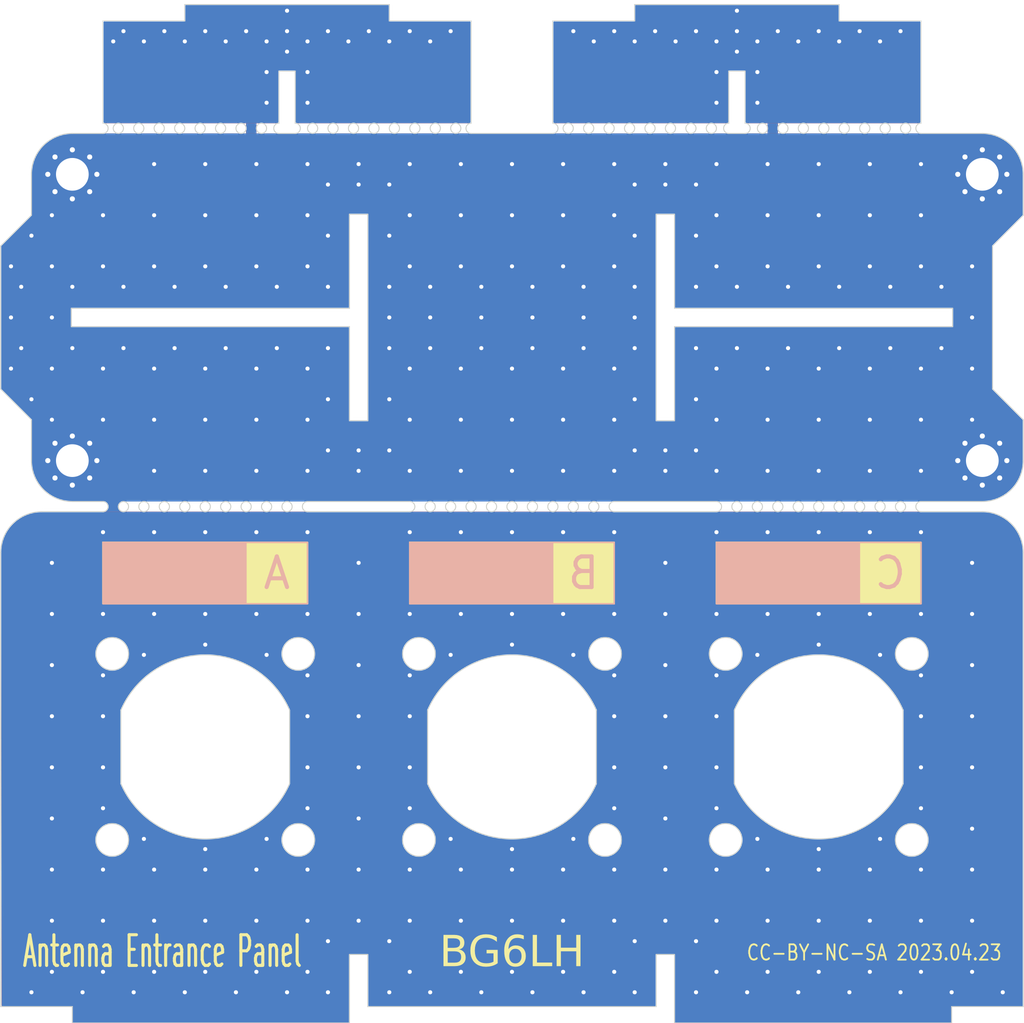
<source format=kicad_pcb>
(kicad_pcb (version 20221018) (generator pcbnew)
  (title_block (title "Antenna Entrance Panel") (date "2023-04-23") (rev "Alpha 1") (company "BG6LH"))
  (layers (0 "F.Cu" signal) (31 "B.Cu" signal) (34 "B.Paste" user) (35 "F.Paste" user) (36 "B.SilkS" user "B.Silkscreen") (37 "F.SilkS" user "F.Silkscreen") (38 "B.Mask" user) (39 "F.Mask" user) (44 "Edge.Cuts" user))
  (net 0 "")
  (net 1 "GND")
  (footprint "MountingHole:MountingHole_3.2mm_M3_Pad_Via" (layer "F.Cu") (at 196 95)
    (fp_text reference "H4" hide)
    (fp_text value "MountingHole_Pad" hide)
    (pad "1" thru_hole circle (at -2.4 0) (size 0.8 0.8) (drill 0.5) (layers "*.Cu" "*.Mask") (net 1 "GND"))
    (pad "1" thru_hole circle (at -1.697056 -1.697056) (size 0.8 0.8) (drill 0.5) (layers "*.Cu" "*.Mask") (net 1 "GND"))
    (pad "1" thru_hole circle (at -1.697056 1.697056) (size 0.8 0.8) (drill 0.5) (layers "*.Cu" "*.Mask") (net 1 "GND"))
    (pad "1" thru_hole circle (at 0 -2.4) (size 0.8 0.8) (drill 0.5) (layers "*.Cu" "*.Mask") (net 1 "GND"))
    (pad "1" thru_hole circle (at 0 0) (size 6.4 6.4) (drill 3.2) (layers "*.Cu" "*.Mask") (net 1 "GND") (thermal_bridge_width 6))
    (pad "1" thru_hole circle (at 0 2.4) (size 0.8 0.8) (drill 0.5) (layers "*.Cu" "*.Mask") (net 1 "GND"))
    (pad "1" thru_hole circle (at 1.697056 -1.697056) (size 0.8 0.8) (drill 0.5) (layers "*.Cu" "*.Mask") (net 1 "GND"))
    (pad "1" thru_hole circle (at 1.697056 1.697056) (size 0.8 0.8) (drill 0.5) (layers "*.Cu" "*.Mask") (net 1 "GND"))
    (pad "1" thru_hole circle (at 2.4 0) (size 0.8 0.8) (drill 0.5) (layers "*.Cu" "*.Mask") (net 1 "GND"))
  )
  (footprint "MountingHole:MountingHole_3.2mm_M3_Pad_Via" (layer "F.Cu") (at 196 67)
    (fp_text reference "H2" hide)
    (fp_text value "MountingHole_Pad" hide)
    (pad "1" thru_hole circle (at -2.4 0) (size 0.8 0.8) (drill 0.5) (layers "*.Cu" "*.Mask") (net 1 "GND"))
    (pad "1" thru_hole circle (at -1.697056 -1.697056) (size 0.8 0.8) (drill 0.5) (layers "*.Cu" "*.Mask") (net 1 "GND"))
    (pad "1" thru_hole circle (at -1.697056 1.697056) (size 0.8 0.8) (drill 0.5) (layers "*.Cu" "*.Mask") (net 1 "GND"))
    (pad "1" thru_hole circle (at 0 -2.4) (size 0.8 0.8) (drill 0.5) (layers "*.Cu" "*.Mask") (net 1 "GND"))
    (pad "1" thru_hole circle (at 0 0) (size 6.4 6.4) (drill 3.2) (layers "*.Cu" "*.Mask") (net 1 "GND") (thermal_bridge_width 6))
    (pad "1" thru_hole circle (at 0 2.4) (size 0.8 0.8) (drill 0.5) (layers "*.Cu" "*.Mask") (net 1 "GND"))
    (pad "1" thru_hole circle (at 1.697056 -1.697056) (size 0.8 0.8) (drill 0.5) (layers "*.Cu" "*.Mask") (net 1 "GND"))
    (pad "1" thru_hole circle (at 1.697056 1.697056) (size 0.8 0.8) (drill 0.5) (layers "*.Cu" "*.Mask") (net 1 "GND"))
    (pad "1" thru_hole circle (at 2.4 0) (size 0.8 0.8) (drill 0.5) (layers "*.Cu" "*.Mask") (net 1 "GND"))
  )
  (footprint "MountingHole:MountingHole_3.2mm_M3_Pad_Via" (layer "F.Cu") (at 107 95)
    (fp_text reference "H3" hide)
    (fp_text value "MountingHole_Pad" hide)
    (pad "1" thru_hole circle (at -2.4 0) (size 0.8 0.8) (drill 0.5) (layers "*.Cu" "*.Mask") (net 1 "GND"))
    (pad "1" thru_hole circle (at -1.697056 -1.697056) (size 0.8 0.8) (drill 0.5) (layers "*.Cu" "*.Mask") (net 1 "GND"))
    (pad "1" thru_hole circle (at -1.697056 1.697056) (size 0.8 0.8) (drill 0.5) (layers "*.Cu" "*.Mask") (net 1 "GND"))
    (pad "1" thru_hole circle (at 0 -2.4) (size 0.8 0.8) (drill 0.5) (layers "*.Cu" "*.Mask") (net 1 "GND"))
    (pad "1" thru_hole circle (at 0 0) (size 6.4 6.4) (drill 3.2) (layers "*.Cu" "*.Mask") (net 1 "GND") (thermal_bridge_width 6))
    (pad "1" thru_hole circle (at 0 2.4) (size 0.8 0.8) (drill 0.5) (layers "*.Cu" "*.Mask") (net 1 "GND"))
    (pad "1" thru_hole circle (at 1.697056 -1.697056) (size 0.8 0.8) (drill 0.5) (layers "*.Cu" "*.Mask") (net 1 "GND"))
    (pad "1" thru_hole circle (at 1.697056 1.697056) (size 0.8 0.8) (drill 0.5) (layers "*.Cu" "*.Mask") (net 1 "GND"))
    (pad "1" thru_hole circle (at 2.4 0) (size 0.8 0.8) (drill 0.5) (layers "*.Cu" "*.Mask") (net 1 "GND"))
  )
  (footprint "MountingHole:MountingHole_3.2mm_M3_Pad_Via" (layer "F.Cu") (at 107 67)
    (fp_text reference "H1" hide)
    (fp_text value "MountingHole_Pad" hide)
    (pad "1" thru_hole circle (at -2.4 0) (size 0.8 0.8) (drill 0.5) (layers "*.Cu" "*.Mask") (net 1 "GND"))
    (pad "1" thru_hole circle (at -1.697056 -1.697056) (size 0.8 0.8) (drill 0.5) (layers "*.Cu" "*.Mask") (net 1 "GND"))
    (pad "1" thru_hole circle (at -1.697056 1.697056) (size 0.8 0.8) (drill 0.5) (layers "*.Cu" "*.Mask") (net 1 "GND"))
    (pad "1" thru_hole circle (at 0 -2.4) (size 0.8 0.8) (drill 0.5) (layers "*.Cu" "*.Mask") (net 1 "GND"))
    (pad "1" thru_hole circle (at 0 0) (size 6.4 6.4) (drill 3.2) (layers "*.Cu" "*.Mask") (net 1 "GND") (thermal_bridge_width 6))
    (pad "1" thru_hole circle (at 0 2.4) (size 0.8 0.8) (drill 0.5) (layers "*.Cu" "*.Mask") (net 1 "GND"))
    (pad "1" thru_hole circle (at 1.697056 -1.697056) (size 0.8 0.8) (drill 0.5) (layers "*.Cu" "*.Mask") (net 1 "GND"))
    (pad "1" thru_hole circle (at 1.697056 1.697056) (size 0.8 0.8) (drill 0.5) (layers "*.Cu" "*.Mask") (net 1 "GND"))
    (pad "1" thru_hole circle (at 2.4 0) (size 0.8 0.8) (drill 0.5) (layers "*.Cu" "*.Mask") (net 1 "GND"))
  )
  (gr_rect (start 110 103) (end 124 109) (stroke (width 0.1)) (fill solid) (layer "B.SilkS"))
  (gr_rect (start 140 103) (end 160 109) (stroke (width 0.15)) (fill none) (layer "B.SilkS"))
  (gr_rect (start 170 103) (end 190 109) (stroke (width 0.15)) (fill none) (layer "B.SilkS"))
  (gr_rect (start 140 103) (end 154 109) (stroke (width 0.1)) (fill solid) (layer "B.SilkS"))
  (gr_rect (start 110 103) (end 130 109) (stroke (width 0.15)) (fill none) (layer "B.SilkS"))
  (gr_rect (start 170 103) (end 184 109) (stroke (width 0.1)) (fill solid) (layer "B.SilkS"))
  (gr_rect (start 176 103) (end 190 109) (stroke (width 0.1)) (fill solid) (layer "F.SilkS"))
  (gr_rect (start 170 103) (end 190 109) (stroke (width 0.15)) (fill none) (layer "F.SilkS"))
  (gr_rect (start 140 103) (end 160 109) (stroke (width 0.15)) (fill none) (layer "F.SilkS"))
  (gr_rect (start 146 103) (end 160 109) (stroke (width 0.1)) (fill solid) (layer "F.SilkS"))
  (gr_rect (start 110 103) (end 130 109) (stroke (width 0.15)) (fill none) (layer "F.SilkS"))
  (gr_rect (start 116 103) (end 130 109) (stroke (width 0.1)) (fill solid) (layer "F.SilkS"))
  (gr_line (start 140 100) (end 130 100) (stroke (width 0.1)) (layer "Edge.Cuts"))
  (gr_circle (center 156 99.5) (end 155.5 99.5) (stroke (width 0.1)) (fill none) (layer "Edge.Cuts"))
  (gr_line (start 164.1 148.4) (end 135.9 148.4) (stroke (width 0.1)) (layer "Edge.Cuts"))
  (gr_circle (center 138.5 62.5) (end 138 62.5) (stroke (width 0.1)) (fill none) (layer "Edge.Cuts"))
  (gr_line (start 164.1 70.9) (end 164.1 91.1) (stroke (width 0.1)) (layer "Edge.Cuts"))
  (gr_circle (center 142 99.5) (end 141.5 99.5) (stroke (width 0.1)) (fill none) (layer "Edge.Cuts"))
  (gr_line (start 193.1 80.1) (end 165.9 80.1) (stroke (width 0.1)) (layer "Edge.Cuts"))
  (gr_line (start 135.9 70.9) (end 135.9 91.1) (stroke (width 0.1)) (layer "Edge.Cuts"))
  (gr_line (start 110 52) (end 110 62) (stroke (width 0.1)) (layer "Edge.Cuts"))
  (gr_circle (center 159.5 62.5) (end 159 62.5) (stroke (width 0.1)) (fill none) (layer "Edge.Cuts"))
  (gr_arc (start 103 67) (mid 104.171573 64.171573) (end 107 63) (stroke (width 0.1)) (layer "Edge.Cuts"))
  (gr_circle (center 132.5 62.5) (end 132 62.5) (stroke (width 0.1)) (fill none) (layer "Edge.Cuts"))
  (gr_line (start 154 52) (end 154 62) (stroke (width 0.1)) (layer "Edge.Cuts"))
  (gr_circle (center 146 99.5) (end 145.5 99.5) (stroke (width 0.1)) (fill none) (layer "Edge.Cuts"))
  (gr_circle (center 120 99.5) (end 119.5 99.5) (stroke (width 0.1)) (fill none) (layer "Edge.Cuts"))
  (gr_line (start 182 52) (end 182 50.4) (stroke (width 0.1)) (layer "Edge.Cuts"))
  (gr_line (start 170 99) (end 160 99) (stroke (width 0.1)) (layer "Edge.Cuts"))
  (gr_line (start 146 63) (end 154 63) (stroke (width 0.1)) (layer "Edge.Cuts"))
  (gr_line (start 190 52) (end 190 62) (stroke (width 0.1)) (layer "Edge.Cuts"))
  (gr_line (start 100 88) (end 103 91) (stroke (width 0.1)) (layer "Edge.Cuts"))
  (gr_circle (center 169.5 62.5) (end 169 62.5) (stroke (width 0.1)) (fill none) (layer "Edge.Cuts"))
  (gr_circle (center 176 99.5) (end 175.5 99.5) (stroke (width 0.1)) (fill none) (layer "Edge.Cuts"))
  (gr_line (start 106.9 80.1) (end 106.9 81.9) (stroke (width 0.1)) (layer "Edge.Cuts"))
  (gr_line (start 165.9 70.9) (end 164.1 70.9) (stroke (width 0.1)) (layer "Edge.Cuts"))
  (gr_line (start 134.1 91.1) (end 134.1 81.9) (stroke (width 0.1)) (layer "Edge.Cuts"))
  (gr_line (start 128.25 119.4) (end 128.25 126.6) (stroke (width 0.1)) (layer "Edge.Cuts"))
  (gr_circle (center 170.9 113.9) (end 172.5 113.9) (stroke (width 0.1)) (fill none) (layer "Edge.Cuts"))
  (gr_line (start 162 50.4) (end 162 52) (stroke (width 0.1)) (layer "Edge.Cuts"))
  (gr_circle (center 158 99.5) (end 157.5 99.5) (stroke (width 0.1)) (fill none) (layer "Edge.Cuts"))
  (gr_arc (start 196 63) (mid 198.828427 64.171573) (end 200 67) (stroke (width 0.1)) (layer "Edge.Cuts"))
  (gr_line (start 130 99) (end 140 99) (stroke (width 0.1)) (layer "Edge.Cuts"))
  (gr_circle (center 121.5 62.5) (end 121 62.5) (stroke (width 0.1)) (fill none) (layer "Edge.Cuts"))
  (gr_line (start 134.1 81.9) (end 106.9 81.9) (stroke (width 0.1)) (layer "Edge.Cuts"))
  (gr_line (start 107 63) (end 110 63) (stroke (width 0.1)) (layer "Edge.Cuts"))
  (gr_arc (start 110 62) (mid 110.5 62.5) (end 110 63) (stroke (width 0.1)) (layer "Edge.Cuts"))
  (gr_arc (start 190 100) (mid 189.5 99.5) (end 190 99) (stroke (width 0.1)) (layer "Edge.Cuts"))
  (gr_line (start 134.1 150) (end 107 150) (stroke (width 0.1)) (layer "Edge.Cuts"))
  (gr_line (start 134.1 150) (end 134.1 143.3) (stroke (width 0.1)) (layer "Edge.Cuts"))
  (gr_line (start 165.9 91.1) (end 165.9 81.9) (stroke (width 0.1)) (layer "Edge.Cuts"))
  (gr_arc (start 128.249999 126.6) (mid 120 132.001249) (end 111.750001 126.6) (stroke (width 0.1)) (layer "Edge.Cuts"))
  (gr_line (start 107 99) (end 110 99) (stroke (width 0.1)) (layer "Edge.Cuts"))
  (gr_arc (start 111.750001 119.4) (mid 120 113.998751) (end 128.249999 119.4) (stroke (width 0.1)) (layer "Edge.Cuts"))
  (gr_circle (center 176.5 62.5) (end 176 62.5) (stroke (width 0.1)) (fill none) (layer "Edge.Cuts"))
  (gr_circle (center 163.5 62.5) (end 163 62.5) (stroke (width 0.1)) (fill none) (layer "Edge.Cuts"))
  (gr_circle (center 170.9 132.1) (end 169.3 132.1) (stroke (width 0.1)) (fill none) (layer "Edge.Cuts"))
  (gr_circle (center 140.9 113.9) (end 142.5 113.9) (stroke (width 0.1)) (fill none) (layer "Edge.Cuts"))
  (gr_circle (center 136.5 62.5) (end 136 62.5) (stroke (width 0.1)) (fill none) (layer "Edge.Cuts"))
  (gr_circle (center 118 99.5) (end 117.5 99.5) (stroke (width 0.1)) (fill none) (layer "Edge.Cuts"))
  (gr_line (start 200 95) (end 200 91) (stroke (width 0.1)) (layer "Edge.Cuts"))
  (gr_circle (center 165.5 62.5) (end 165 62.5) (stroke (width 0.1)) (fill none) (layer "Edge.Cuts"))
  (gr_circle (center 182 99.5) (end 181.5 99.5) (stroke (width 0.1)) (fill none) (layer "Edge.Cuts"))
  (gr_circle (center 178.5 62.5) (end 178 62.5) (stroke (width 0.1)) (fill none) (layer "Edge.Cuts"))
  (gr_circle (center 114 99.5) (end 114.5 99.5) (stroke (width 0.1)) (fill none) (layer "Edge.Cuts"))
  (gr_circle (center 184.5 62.5) (end 184 62.5) (stroke (width 0.1)) (fill none) (layer "Edge.Cuts"))
  (gr_circle (center 180 99.5) (end 179.5 99.5) (stroke (width 0.1)) (fill none) (layer "Edge.Cuts"))
  (gr_line (start 197 88) (end 200 91) (stroke (width 0.1)) (layer "Edge.Cuts"))
  (gr_arc (start 100 104) (mid 101.171573 101.171573) (end 104 100) (stroke (width 0.1)) (layer "Edge.Cuts"))
  (gr_line (start 127.2 62) (end 127.2 56.9) (stroke (width 0.1)) (layer "Edge.Cuts"))
  (gr_arc (start 107 99) (mid 104.171573 97.828427) (end 103 95) (stroke (width 0.1)) (layer "Edge.Cuts"))
  (gr_circle (center 130.5 62.5) (end 130 62.5) (stroke (width 0.1)) (fill none) (layer "Edge.Cuts"))
  (gr_line (start 196 63) (end 190 63) (stroke (width 0.1)) (layer "Edge.Cuts"))
  (gr_circle (center 186.5 62.5) (end 186 62.5) (stroke (width 0.1)) (fill none) (layer "Edge.Cuts"))
  (gr_arc (start 200 95) (mid 198.828427 97.828427) (end 196 99) (stroke (width 0.1)) (layer "Edge.Cuts"))
  (gr_circle (center 110.9 113.9) (end 112.5 113.9) (stroke (width 0.1)) (fill none) (layer "Edge.Cuts"))
  (gr_line (start 154 52) (end 162 52) (stroke (width 0.1)) (layer "Edge.Cuts"))
  (gr_arc (start 188.249999 126.6) (mid 180 132.001249) (end 171.750001 126.6) (stroke (width 0.1)) (layer "Edge.Cuts"))
  (gr_circle (center 112 99.5) (end 112.5 99.5) (stroke (width 0.1)) (fill none) (layer "Edge.Cuts"))
  (gr_line (start 107 148.4) (end 100 148.4) (stroke (width 0.1)) (layer "Edge.Cuts"))
  (gr_arc (start 128.8 62) (mid 129.3 62.5) (end 128.8 63) (stroke (width 0.1)) (layer "Edge.Cuts"))
  (gr_circle (center 117.5 62.5) (end 117 62.5) (stroke (width 0.1)) (fill none) (layer "Edge.Cuts"))
  (gr_circle (center 148 99.5) (end 147.5 99.5) (stroke (width 0.1)) (fill none) (layer "Edge.Cuts"))
  (gr_line (start 138 52) (end 138 50.4) (stroke (width 0.1)) (layer "Edge.Cuts"))
  (gr_circle (center 188 99.5) (end 187.5 99.5) (stroke (width 0.1)) (fill none) (layer "Edge.Cuts"))
  (gr_circle (center 189.1 132.1) (end 190.7 132.1) (stroke (width 0.1)) (fill none) (layer "Edge.Cuts"))
  (gr_line (start 118 50.4) (end 138 50.4) (stroke (width 0.1)) (layer "Edge.Cuts"))
  (gr_line (start 158.25 119.4) (end 158.25 126.6) (stroke (width 0.1)) (layer "Edge.Cuts"))
  (gr_circle (center 129.1 113.9) (end 130.7 113.9) (stroke (width 0.1)) (fill none) (layer "Edge.Cuts"))
  (gr_arc (start 154 62) (mid 154.5 62.5) (end 154 63) (stroke (width 0.1)) (layer "Edge.Cuts"))
  (gr_line (start 127.2 63) (end 128.8 63) (stroke (width 0.1)) (layer "Edge.Cuts"))
  (gr_line (start 103 95) (end 103 91) (stroke (width 0.1)) (layer "Edge.Cuts"))
  (gr_line (start 164.1 143.3) (end 165.9 143.3) (stroke (width 0.1)) (layer "Edge.Cuts"))
  (gr_line (start 190 100) (end 196 100) (stroke (width 0.1)) (layer "Edge.Cuts"))
  (gr_arc (start 158.249999 126.6) (mid 150 132.001249) (end 141.750001 126.6) (stroke (width 0.1)) (layer "Edge.Cuts"))
  (gr_arc (start 110 99) (mid 110.5 99.5) (end 110 100) (stroke (width 0.1)) (layer "Edge.Cuts"))
  (gr_line (start 107 150) (end 107 148.4) (stroke (width 0.1)) (layer "Edge.Cuts"))
  (gr_circle (center 174.5 62.5) (end 174 62.5) (stroke (width 0.1)) (fill none) (layer "Edge.Cuts"))
  (gr_circle (center 124 99.5) (end 123.5 99.5) (stroke (width 0.1)) (fill none) (layer "Edge.Cuts"))
  (gr_line (start 103 71) (end 103 67) (stroke (width 0.1)) (layer "Edge.Cuts"))
  (gr_circle (center 152 99.5) (end 151.5 99.5) (stroke (width 0.1)) (fill none) (layer "Edge.Cuts"))
  (gr_circle (center 140.5 62.5) (end 140 62.5) (stroke (width 0.1)) (fill none) (layer "Edge.Cuts"))
  (gr_line (start 165.9 150) (end 165.9 143.3) (stroke (width 0.1)) (layer "Edge.Cuts"))
  (gr_line (start 162 50.4) (end 182 50.4) (stroke (width 0.1)) (layer "Edge.Cuts"))
  (gr_circle (center 159.1 132.1) (end 160.7 132.1) (stroke (width 0.1)) (fill none) (layer "Edge.Cuts"))
  (gr_arc (start 171.2 63) (mid 170.7 62.5) (end 171.2 62) (stroke (width 0.1)) (layer "Edge.Cuts"))
  (gr_line (start 164.1 148.4) (end 164.1 143.3) (stroke (width 0.1)) (layer "Edge.Cuts"))
  (gr_line (start 127.2 56.9) (end 128.8 56.9) (stroke (width 0.1)) (layer "Edge.Cuts"))
  (gr_circle (center 172 99.5) (end 171.5 99.5) (stroke (width 0.1)) (fill none) (layer "Edge.Cuts"))
  (gr_circle (center 113.5 62.5) (end 113 62.5) (stroke (width 0.1)) (fill none) (layer "Edge.Cuts"))
  (gr_line (start 171.75 126.6) (end 171.75 119.4) (stroke (width 0.1)) (layer "Edge.Cuts"))
  (gr_line (start 197 74) (end 200 71) (stroke (width 0.1)) (layer "Edge.Cuts"))
  (gr_line (start 146 52) (end 138 52) (stroke (width 0.1)) (layer "Edge.Cuts"))
  (gr_line (start 188.25 119.4) (end 188.25 126.6) (stroke (width 0.1)) (layer "Edge.Cuts"))
  (gr_circle (center 123.5 62.5) (end 123 62.5) (stroke (width 0.1)) (fill none) (layer "Edge.Cuts"))
  (gr_line (start 100 148.4) (end 100 104) (stroke (width 0.1)) (layer "Edge.Cuts"))
  (gr_circle (center 144.5 62.5) (end 144 62.5) (stroke (width 0.1)) (fill none) (layer "Edge.Cuts"))
  (gr_circle (center 128 99.5) (end 127.5 99.5) (stroke (width 0.1)) (fill none) (layer "Edge.Cuts"))
  (gr_arc (start 170 99) (mid 170.5 99.5) (end 170 100) (stroke (width 0.1)) (layer "Edge.Cuts"))
  (gr_arc (start 190 63) (mid 189.5 62.5) (end 190 62) (stroke (width 0.1)) (layer "Edge.Cuts"))
  (gr_line (start 190 99) (end 196 99) (stroke (width 0.1)) (layer "Edge.Cuts"))
  (gr_line (start 135.9 91.1) (end 134.1 91.1) (stroke (width 0.1)) (layer "Edge.Cuts"))
  (gr_arc (start 172.8 62) (mid 173.3 62.5) (end 172.8 63) (stroke (width 0.1)) (layer "Edge.Cuts"))
  (gr_circle (center 116 99.5) (end 115.5 99.5) (stroke (width 0.1)) (fill none) (layer "Edge.Cuts"))
  (gr_circle (center 188.5 62.5) (end 188 62.5) (stroke (width 0.1)) (fill none) (layer "Edge.Cuts"))
  (gr_circle (center 144 99.5) (end 143.5 99.5) (stroke (width 0.1)) (fill none) (layer "Edge.Cuts"))
  (gr_circle (center 159.1 113.9) (end 160.7 113.9) (stroke (width 0.1)) (fill none) (layer "Edge.Cuts"))
  (gr_line (start 128.8 62) (end 128.8 56.9) (stroke (width 0.1)) (layer "Edge.Cuts"))
  (gr_circle (center 126 99.5) (end 125.5 99.5) (stroke (width 0.1)) (fill none) (layer "Edge.Cuts"))
  (gr_arc (start 146 63) (mid 145.5 62.5) (end 146 62) (stroke (width 0.1)) (layer "Edge.Cuts"))
  (gr_circle (center 189.1 113.9) (end 190.7 113.9) (stroke (width 0.1)) (fill none) (layer "Edge.Cuts"))
  (gr_circle (center 167.5 62.5) (end 167 62.5) (stroke (width 0.1)) (fill none) (layer "Edge.Cuts"))
  (gr_line (start 134.1 143.3) (end 135.9 143.3) (stroke (width 0.1)) (layer "Edge.Cuts"))
  (gr_line (start 134.1 80.1) (end 134.1 70.9) (stroke (width 0.1)) (layer "Edge.Cuts"))
  (gr_line (start 172.8 62) (end 172.8 56.9) (stroke (width 0.1)) (layer "Edge.Cuts"))
  (gr_circle (center 142.5 62.5) (end 142 62.5) (stroke (width 0.1)) (fill none) (layer "Edge.Cuts"))
  (gr_line (start 104 100) (end 110 100) (stroke (width 0.1)) (layer "Edge.Cuts"))
  (gr_line (start 171.2 62) (end 171.2 56.9) (stroke (width 0.1)) (layer "Edge.Cuts"))
  (gr_line (start 146 52) (end 146 62) (stroke (width 0.1)) (layer "Edge.Cuts"))
  (gr_line (start 200 104) (end 200 148.4) (stroke (width 0.1)) (layer "Edge.Cuts"))
  (gr_arc (start 140 99) (mid 140.5 99.5) (end 140 100) (stroke (width 0.1)) (layer "Edge.Cuts"))
  (gr_line (start 118 50.4) (end 118 52) (stroke (width 0.1)) (layer "Edge.Cuts"))
  (gr_line (start 193 150) (end 193 148.4) (stroke (width 0.1)) (layer "Edge.Cuts"))
  (gr_circle (center 129.1 132.1) (end 130.7 132.1) (stroke (width 0.1)) (fill none) (layer "Edge.Cuts"))
  (gr_circle (center 111.5 62.5) (end 111 62.5) (stroke (width 0.1)) (fill none) (layer "Edge.Cuts"))
  (gr_line (start 100 88) (end 100 74) (stroke (width 0.1)) (layer "Edge.Cuts"))
  (gr_line (start 190 52) (end 182 52) (stroke (width 0.1)) (layer "Edge.Cuts"))
  (gr_circle (center 110.9 132.1) (end 109.3 132.1) (stroke (width 0.1)) (fill none) (layer "Edge.Cuts"))
  (gr_arc (start 196 100) (mid 198.828427 101.171573) (end 200 104) (stroke (width 0.1)) (layer "Edge.Cuts"))
  (gr_line (start 164.1 91.1) (end 165.9 91.1) (stroke (width 0.1)) (layer "Edge.Cuts"))
  (gr_line (start 200 148.4) (end 193 148.4) (stroke (width 0.1)) (layer "Edge.Cuts"))
  (gr_line (start 103 71) (end 100 74) (stroke (width 0.1)) (layer "Edge.Cuts"))
  (gr_line (start 200 71) (end 200 67) (stroke (width 0.1)) (layer "Edge.Cuts"))
  (gr_line (start 110 52) (end 118 52) (stroke (width 0.1)) (layer "Edge.Cuts"))
  (gr_circle (center 125.5 62.5) (end 125 62.5) (stroke (width 0.1)) (fill none) (layer "Edge.Cuts"))
  (gr_circle (center 155.5 62.5) (end 155 62.5) (stroke (width 0.1)) (fill none) (layer "Edge.Cuts"))
  (gr_circle (center 150 99.5) (end 149.5 99.5) (stroke (width 0.1)) (fill none) (layer "Edge.Cuts"))
  (gr_circle (center 119.5 62.5) (end 119 62.5) (stroke (width 0.1)) (fill none) (layer "Edge.Cuts"))
  (gr_line (start 134.1 70.9) (end 135.9 70.9) (stroke (width 0.1)) (layer "Edge.Cuts"))
  (gr_circle (center 161.5 62.5) (end 161 62.5) (stroke (width 0.1)) (fill none) (layer "Edge.Cuts"))
  (gr_circle (center 186 99.5) (end 185.5 99.5) (stroke (width 0.1)) (fill none) (layer "Edge.Cuts"))
  (gr_circle (center 174 99.5) (end 173.5 99.5) (stroke (width 0.1)) (fill none) (layer "Edge.Cuts"))
  (gr_arc (start 127.2 63) (mid 126.7 62.5) (end 127.2 62) (stroke (width 0.1)) (layer "Edge.Cuts"))
  (gr_circle (center 184 99.5) (end 183.5 99.5) (stroke (width 0.1)) (fill none) (layer "Edge.Cuts"))
  (gr_line (start 135.9 148.4) (end 135.9 143.3) (stroke (width 0.1)) (layer "Edge.Cuts"))
  (gr_line (start 106.9 80.1) (end 134.1 80.1) (stroke (width 0.1)) (layer "Edge.Cuts"))
  (gr_circle (center 182.5 62.5) (end 182 62.5) (stroke (width 0.1)) (fill none) (layer "Edge.Cuts"))
  (gr_circle (center 178 99.5) (end 177.5 99.5) (stroke (width 0.1)) (fill none) (layer "Edge.Cuts"))
  (gr_line (start 165.9 80.1) (end 165.9 70.9) (stroke (width 0.1)) (layer "Edge.Cuts"))
  (gr_circle (center 180.5 62.5) (end 180 62.5) (stroke (width 0.1)) (fill none) (layer "Edge.Cuts"))
  (gr_circle (center 115.5 62.5) (end 115 62.5) (stroke (width 0.1)) (fill none) (layer "Edge.Cuts"))
  (gr_line (start 165.9 150) (end 193 150) (stroke (width 0.1)) (layer "Edge.Cuts"))
  (gr_circle (center 154 99.5) (end 153.5 99.5) (stroke (width 0.1)) (fill none) (layer "Edge.Cuts"))
  (gr_line (start 171.2 63) (end 172.8 63) (stroke (width 0.1)) (layer "Edge.Cuts"))
  (gr_circle (center 140.9 132.1) (end 139.3 132.1) (stroke (width 0.1)) (fill none) (layer "Edge.Cuts"))
  (gr_arc (start 141.750001 119.4) (mid 150 113.998751) (end 158.249999 119.4) (stroke (width 0.1)) (layer "Edge.Cuts"))
  (gr_arc (start 171.750001 119.4) (mid 180 113.998751) (end 188.249999 119.4) (stroke (width 0.1)) (layer "Edge.Cuts"))
  (gr_arc (start 130 100) (mid 129.5 99.5) (end 130 99) (stroke (width 0.1)) (layer "Edge.Cuts"))
  (gr_line (start 193.1 81.9) (end 193.1 80.1) (stroke (width 0.1)) (layer "Edge.Cuts"))
  (gr_circle (center 157.5 62.5) (end 157 62.5) (stroke (width 0.1)) (fill none) (layer "Edge.Cuts"))
  (gr_line (start 171.2 56.9) (end 172.8 56.9) (stroke (width 0.1)) (layer "Edge.Cuts"))
  (gr_arc (start 160 100) (mid 159.5 99.5) (end 160 99) (stroke (width 0.1)) (layer "Edge.Cuts"))
  (gr_line (start 197 88) (end 197 74) (stroke (width 0.1)) (layer "Edge.Cuts"))
  (gr_line (start 165.9 81.9) (end 193.1 81.9) (stroke (width 0.1)) (layer "Edge.Cuts"))
  (gr_circle (center 134.5 62.5) (end 134 62.5) (stroke (width 0.1)) (fill none) (layer "Edge.Cuts"))
  (gr_line (start 111.75 126.6) (end 111.75 119.4) (stroke (width 0.1)) (layer "Edge.Cuts"))
  (gr_circle (center 122 99.5) (end 121.5 99.5) (stroke (width 0.1)) (fill none) (layer "Edge.Cuts"))
  (gr_line (start 160 100) (end 170 100) (stroke (width 0.1)) (layer "Edge.Cuts"))
  (gr_line (start 141.75 126.6) (end 141.75 119.4) (stroke (width 0.1)) (layer "Edge.Cuts"))
  (gr_text "C" (at 187 106) (layer "B.SilkS") (effects (font (size 3 3) (thickness 0.4) bold) (justify mirror)))
  (gr_text "A" (at 127 106) (layer "B.SilkS") (effects (font (size 3 3) (thickness 0.4) bold) (justify mirror)))
  (gr_text "B" (at 157 106) (layer "B.SilkS") (effects (font (size 3 3) (thickness 0.4) bold) (justify mirror)))
  (gr_text "BG6LH" (at 150 143.2) (layer "F.SilkS") (effects (font (size 3 3) (thickness 0.5))))
  (gr_text "CC-BY-NC-SA 2023.04.23" (at 198 144) (layer "F.SilkS") (effects (font (size 1.5 1.2) (thickness 0.175)) (justify right bottom)))
  (gr_text "A" (at 113 106) (layer "F.SilkS") (effects (font (size 3 3) (thickness 0.4) bold)))
  (gr_text "B" (at 143 106) (layer "F.SilkS") (effects (font (size 3 3) (thickness 0.4) bold)))
  (gr_text "Antenna Entrance Panel" (at 102 143) (layer "F.SilkS") (effects (font (size 3 1.5) (thickness 0.3) bold) (justify left)))
  (gr_text "C" (at 173 106) (layer "F.SilkS") (effects (font (size 3 3) (thickness 0.4) bold)))
  (via (at 135 105) (size 0.8) (drill 0.4) (layers "F.Cu" "B.Cu") (net 1))
  (via (at 147 81) (size 0.8) (drill 0.4) (layers "F.Cu" "B.Cu") (net 1))
  (via (at 147 84) (size 0.8) (drill 0.4) (layers "F.Cu" "B.Cu") (net 1))
  (via (at 115 86) (size 0.8) (drill 0.4) (layers "F.Cu" "B.Cu") (net 1))
  (via (at 110 76) (size 0.8) (drill 0.4) (layers "F.Cu" "B.Cu") (net 1))
  (via (at 180 86) (size 0.8) (drill 0.4) (layers "F.Cu" "B.Cu") (net 1))
  (via (at 105 140) (size 0.8) (drill 0.4) (layers "F.Cu" "B.Cu") (net 1))
  (via (at 150 102) (size 0.8) (drill 0.4) (layers "F.Cu" "B.Cu") (net 1))
  (via (at 125 66) (size 0.8) (drill 0.4) (layers "F.Cu" "B.Cu") (net 1))
  (via (at 170 135) (size 0.8) (drill 0.4) (layers "F.Cu" "B.Cu") (net 1))
  (via (at 135 110) (size 0.8) (drill 0.4) (layers "F.Cu" "B.Cu") (net 1))
  (via (at 105 71) (size 0.8) (drill 0.4) (layers "F.Cu" "B.Cu") (net 1))
  (via (at 125 110) (size 0.8) (drill 0.4) (layers "F.Cu" "B.Cu") (net 1))
  (via (at 156 114) (size 0.8) (drill 0.4) (layers "F.Cu" "B.Cu") (net 1))
  (via (at 182 54) (size 0.8) (drill 0.4) (layers "F.Cu" "B.Cu") (net 1))
  (via (at 160 129) (size 0.8) (drill 0.4) (layers "F.Cu" "B.Cu") (net 1))
  (via (at 152 78) (size 0.8) (drill 0.4) (layers "F.Cu" "B.Cu") (net 1))
  (via (at 132 147) (size 0.8) (drill 0.4) (layers "F.Cu" "B.Cu") (net 1))
  (via (at 190 102) (size 0.8) (drill 0.4) (layers "F.Cu" "B.Cu") (net 1))
  (via (at 168 142) (size 0.8) (drill 0.4) (layers "F.Cu" "B.Cu") (net 1))
  (via (at 120 145) (size 0.8) (drill 0.4) (layers "F.Cu" "B.Cu") (net 1))
  (via (at 162 147) (size 0.8) (drill 0.4) (layers "F.Cu" "B.Cu") (net 1))
  (via (at 112 78) (size 0.8) (drill 0.4) (layers "F.Cu" "B.Cu") (net 1))
  (via (at 122 54) (size 0.8) (drill 0.4) (layers "F.Cu" "B.Cu") (net 1))
  (via (at 180 96) (size 0.8) (drill 0.4) (layers "F.Cu" "B.Cu") (net 1))
  (via (at 157 81) (size 0.8) (drill 0.4) (layers "F.Cu" "B.Cu") (net 1))
  (via (at 150 145) (size 0.8) (drill 0.4) (layers "F.Cu" "B.Cu") (net 1))
  (via (at 145 110) (size 0.8) (drill 0.4) (layers "F.Cu" "B.Cu") (net 1))
  (via (at 135 135) (size 0.8) (drill 0.4) (layers "F.Cu" "B.Cu") (net 1))
  (via (at 138 81) (size 0.8) (drill 0.4) (layers "F.Cu" "B.Cu") (net 1))
  (via (at 185 91) (size 0.8) (drill 0.4) (layers "F.Cu" "B.Cu") (net 1))
  (via (at 172 78) (size 0.8) (drill 0.4) (layers "F.Cu" "B.Cu") (net 1))
  (via (at 130 76) (size 0.8) (drill 0.4) (layers "F.Cu" "B.Cu") (net 1))
  (via (at 192 84) (size 0.8) (drill 0.4) (layers "F.Cu" "B.Cu") (net 1))
  (via (at 117 84) (size 0.8) (drill 0.4) (layers "F.Cu" "B.Cu") (net 1))
  (via (at 140 71) (size 0.8) (drill 0.4) (layers "F.Cu" "B.Cu") (net 1))
  (via (at 132 89) (size 0.8) (drill 0.4) (layers "F.Cu" "B.Cu") (net 1))
  (via (at 190 125) (size 0.8) (drill 0.4) (layers "F.Cu" "B.Cu") (net 1))
  (via (at 132 53) (size 0.8) (drill 0.4) (layers "F.Cu" "B.Cu") (net 1))
  (via (at 165 66) (size 0.8) (drill 0.4) (layers "F.Cu" "B.Cu") (net 1))
  (via (at 135 68) (size 0.8) (drill 0.4) (layers "F.Cu" "B.Cu") (net 1))
  (via (at 190 71) (size 0.8) (drill 0.4) (layers "F.Cu" "B.Cu") (net 1))
  (via (at 125 71) (size 0.8) (drill 0.4) (layers "F.Cu" "B.Cu") (net 1))
  (via (at 132 73) (size 0.8) (drill 0.4) (layers "F.Cu" "B.Cu") (net 1))
  (via (at 145 86) (size 0.8) (drill 0.4) (layers "F.Cu" "B.Cu") (net 1))
  (via (at 101 76) (size 0.8) (drill 0.4) (layers "F.Cu" "B.Cu") (net 1))
  (via (at 186 132) (size 0.8) (drill 0.4) (layers "F.Cu" "B.Cu") (net 1))
  (via (at 185 86) (size 0.8) (drill 0.4) (layers "F.Cu" "B.Cu") (net 1))
  (via (at 185 66) (size 0.8) (drill 0.4) (layers "F.Cu" "B.Cu") (net 1))
  (via (at 126 132) (size 0.8) (drill 0.4) (layers "F.Cu" "B.Cu") (net 1))
  (via (at 185 110) (size 0.8) (drill 0.4) (layers "F.Cu" "B.Cu") (net 1))
  (via (at 165 135) (size 0.8) (drill 0.4) (layers "F.Cu" "B.Cu") (net 1))
  (via (at 170 129) (size 0.8) (drill 0.4) (layers "F.Cu" "B.Cu") (net 1))
  (via (at 190 145) (size 0.8) (drill 0.4) (layers "F.Cu" "B.Cu") (net 1))
  (via (at 105 130) (size 0.8) (drill 0.4) (layers "F.Cu" "B.Cu") (net 1))
  (via (at 187 78) (size 0.8) (drill 0.4) (layers "F.Cu" "B.Cu") (net 1))
  (via (at 120 133) (size 0.8) (drill 0.4) (layers "F.Cu" "B.Cu") (net 1))
  (via (at 168 73) (size 0.8) (drill 0.4) (layers "F.Cu" "B.Cu") (net 1))
  (via (at 135 130) (size 0.8) (drill 0.4) (layers "F.Cu" "B.Cu") (net 1))
  (via (at 165 125) (size 0.8) (drill 0.4) (layers "F.Cu" "B.Cu") (net 1))
  (via (at 190 135) (size 0.8) (drill 0.4) (layers "F.Cu" "B.Cu") (net 1))
  (via (at 101 86) (size 0.8) (drill 0.4) (layers "F.Cu" "B.Cu") (net 1))
  (via (at 168 94) (size 0.8) (drill 0.4) (layers "F.Cu" "B.Cu") (net 1))
  (via (at 173 147) (size 0.8) (drill 0.4) (layers "F.Cu" "B.Cu") (net 1))
  (via (at 188 147) (size 0.8) (drill 0.4) (layers "F.Cu" "B.Cu") (net 1))
  (via (at 195 120) (size 0.8) (drill 0.4) (layers "F.Cu" "B.Cu") (net 1))
  (via (at 118 147) (size 0.8) (drill 0.4) (layers "F.Cu" "B.Cu") (net 1))
  (via (at 150 96) (size 0.8) (drill 0.4) (layers "F.Cu" "B.Cu") (net 1))
  (via (at 132 142) (size 0.8) (drill 0.4) (layers "F.Cu" "B.Cu") (net 1))
  (via (at 190 110) (size 0.8) (drill 0.4) (layers "F.Cu" "B.Cu") (net 1))
  (via (at 198 147) (size 0.8) (drill 0.4) (layers "F.Cu" "B.Cu") (net 1))
  (via (at 168 68) (size 0.8) (drill 0.4) (layers "F.Cu" "B.Cu") (net 1))
  (via (at 190 96) (size 0.8) (drill 0.4) (layers "F.Cu" "B.Cu") (net 1))
  (via (at 140 66) (size 0.8) (drill 0.4) (layers "F.Cu" "B.Cu") (net 1))
  (via (at 170 125) (size 0.8) (drill 0.4) (layers "F.Cu" "B.Cu") (net 1))
  (via (at 155 140) (size 0.8) (drill 0.4) (layers "F.Cu" "B.Cu") (net 1))
  (via (at 134 54) (size 0.8) (drill 0.4) (layers "F.Cu" "B.Cu") (net 1))
  (via (at 140 145) (size 0.8) (drill 0.4) (layers "F.Cu" "B.Cu") (net 1))
  (via (at 140 86) (size 0.8) (drill 0.4) (layers "F.Cu" "B.Cu") (net 1))
  (via (at 110 140) (size 0.8) (drill 0.4) (layers "F.Cu" "B.Cu") (net 1))
  (via (at 130 96) (size 0.8) (drill 0.4) (layers "F.Cu" "B.Cu") (net 1))
  (via (at 160 145) (size 0.8) (drill 0.4) (layers "F.Cu" "B.Cu") (net 1))
  (via (at 126 54) (size 0.8) (drill 0.4) (layers "F.Cu" "B.Cu") (net 1))
  (via (at 175 71) (size 0.8) (drill 0.4) (layers "F.Cu" "B.Cu") (net 1))
  (via (at 110 102) (size 0.8) (drill 0.4) (layers "F.Cu" "B.Cu") (net 1))
  (via (at 174 60) (size 0.8) (drill 0.4) (layers "F.Cu" "B.Cu") (net 1))
  (via (at 162 84) (size 0.8) (drill 0.4) (layers "F.Cu" "B.Cu") (net 1))
  (via (at 170 110) (size 0.8) (drill 0.4) (layers "F.Cu" "B.Cu") (net 1))
  (via (at 192 78) (size 0.8) (drill 0.4) (layers "F.Cu" "B.Cu") (net 1))
  (via (at 145 91) (size 0.8) (drill 0.4) (layers "F.Cu" "B.Cu") (net 1))
  (via (at 162 94) (size 0.8) (drill 0.4) (layers "F.Cu" "B.Cu") (net 1))
  (via (at 157 147) (size 0.8) (drill 0.4) (layers "F.Cu" "B.Cu") (net 1))
  (via (at 123 147) (size 0.8) (drill 0.4) (layers "F.Cu" "B.Cu") (net 1))
  (via (at 110 110) (size 0.8) (drill 0.4) (layers "F.Cu" "B.Cu") (net 1))
  (via (at 102 78) (size 0.8) (drill 0.4) (layers "F.Cu" "B.Cu") (net 1))
  (via (at 144 53) (size 0.8) (drill 0.4) (layers "F.Cu" "B.Cu") (net 1))
  (via (at 162 89) (size 0.8) (drill 0.4) (layers "F.Cu" "B.Cu") (net 1))
  (via (at 138 78) (size 0.8) (drill 0.4) (layers "F.Cu" "B.Cu") (net 1))
  (via (at 175 86) (size 0.8) (drill 0.4) (layers "F.Cu" "B.Cu") (net 1))
  (via (at 158 54) (size 0.8) (drill 0.4) (layers "F.Cu" "B.Cu") (net 1))
  (via (at 112 84) (size 0.8) (drill 0.4) (layers "F.Cu" "B.Cu") (net 1))
  (via (at 140 135) (size 0.8) (drill 0.4) (layers "F.Cu" "B.Cu") (net 1))
  (via (at 110 116) (size 0.8) (drill 0.4) (layers "F.Cu" "B.Cu") (net 1))
  (via (at 150 140) (size 0.8) (drill 0.4) (layers "F.Cu" "B.Cu") (net 1))
  (via (at 170 71) (size 0.8) (drill 0.4) (layers "F.Cu" "B.Cu") (net 1))
  (via (at 132 68) (size 0.8) (drill 0.4) (layers "F.Cu" "B.Cu") (net 1))
  (via (at 172 84) (size 0.8) (drill 0.4) (layers "F.Cu" "B.Cu") (net 1))
  (via (at 122 78) (size 0.8) (drill 0.4) (layers "F.Cu" "B.Cu") (net 1))
  (via (at 142 54) (size 0.8) (drill 0.4) (layers "F.Cu" "B.Cu") (net 1))
  (via (at 114 54) (size 0.8) (drill 0.4) (layers "F.Cu" "B.Cu") (net 1))
  (via (at 125 76) (size 0.8) (drill 0.4) (layers "F.Cu" "B.Cu") (net 1))
  (via (at 157 78) (size 0.8) (drill 0.4) (layers "F.Cu" "B.Cu") (net 1))
  (via (at 142 84) (size 0.8) (drill 0.4) (layers "F.Cu" "B.Cu") (net 1))
  (via (at 132 94) (size 0.8) (drill 0.4) (layers "F.Cu" "B.Cu") (net 1))
  (via (at 120 110) (size 0.8) (drill 0.4) (layers "F.Cu" "B.Cu") (net 1))
  (via (at 105 81) (size 0.8) (drill 0.4) (layers "F.Cu" "B.Cu") (net 1))
  (via (at 155 71) (size 0.8) (drill 0.4) (layers "F.Cu" "B.Cu") (net 1))
  (via (at 180 91) (size 0.8) (drill 0.4) (layers "F.Cu" "B.Cu") (net 1))
  (via (at 135 115) (size 0.8) (drill 0.4) (layers "F.Cu" "B.Cu") (net 1))
  (via (at 186 54) (size 0.8) (drill 0.4) (layers "F.Cu" "B.Cu") (net 1))
  (via (at 105 105) (size 0.8) (drill 0.4) (layers "F.Cu" "B.Cu") (net 1))
  (via (at 150 71) (size 0.8) (drill 0.4) (layers "F.Cu" "B.Cu") (net 1))
  (via (at 160 86) (size 0.8) (drill 0.4) (layers "F.Cu" "B.Cu") (net 1))
  (via (at 115 110) (size 0.8) (drill 0.4) (layers "F.Cu" "B.Cu") (net 1))
  (via (at 170 60) (size 0.8) (drill 0.4) (layers "F.Cu" "B.Cu") (net 1))
  (via (at 110 129) (size 0.8) (drill 0.4) (layers "F.Cu" "B.Cu") (net 1))
  (via (at 195 145) (size 0.8) (drill 0.4) (layers "F.Cu" "B.Cu") (net 1))
  (via (at 140 120) (size 0.8) (drill 0.4) (layers "F.Cu" "B.Cu") (net 1))
  (via (at 130 102) (size 0.8) (drill 0.4) (layers "F.Cu" "B.Cu") (net 1))
  (via (at 160 135) (size 0.8) (drill 0.4) (layers "F.Cu" "B.Cu") (net 1))
  (via (at 145 66) (size 0.8) (drill 0.4) (layers "F.Cu" "B.Cu") (net 1))
  (via (at 147 147) (size 0.8) (drill 0.4) (layers "F.Cu" "B.Cu") (net 1))
  (via (at 115 96) (size 0.8) (drill 0.4) (layers "F.Cu" "B.Cu") (net 1))
  (via (at 145 102) (size 0.8) (drill 0.4) (layers "F.Cu" "B.Cu") (net 1))
  (via (at 175 76) (size 0.8) (drill 0.4) (layers "F.Cu" "B.Cu") (net 1))
  (via (at 120 96) (size 0.8) (drill 0.4) (layers "F.Cu" "B.Cu") (net 1))
  (via (at 190 140) (size 0.8) (drill 0.4) (layers "F.Cu" "B.Cu") (net 1))
  (via (at 160 102) (size 0.8) (drill 0.4) (layers "F.Cu" "B.Cu") (net 1))
  (via (at 128 53) (size 0.8) (drill 0.4) (layers "F.Cu" "B.Cu") (net 1))
  (via (at 185 135) (size 0.8) (drill 0.4) (layers "F.Cu" "B.Cu") (net 1))
  (via (at 170 91) (size 0.8) (drill 0.4) (layers "F.Cu" "B.Cu") (net 1))
  (via (at 160 71) (size 0.8) (drill 0.4) (layers "F.Cu" "B.Cu") (net 1))
  (via (at 114 114) (size 0.8) (drill 0.4) (layers "F.Cu" "B.Cu") (net 1))
  (via (at 138 84) (size 0.8) (drill 0.4) (layers "F.Cu" "B.Cu") (net 1))
  (via (at 175 102) (size 0.8) (drill 0.4) (layers "F.Cu" "B.Cu") (net 1))
  (via (at 162 81) (size 0.8) (drill 0.4) (layers "F.Cu" "B.Cu") (net 1))
  (via (at 140 116) (size 0.8) (drill 0.4) (layers "F.Cu" "B.Cu") (net 1))
  (via (at 101 81) (size 0.8) (drill 0.4) (layers "F.Cu" "B.Cu") (net 1))
  (via (at 160 110) (size 0.8) (drill 0.4) (layers "F.Cu" "B.Cu") (net 1))
  (via (at 113 147) (size 0.8) (drill 0.4) (layers "F.Cu" "B.Cu") (net 1))
  (via (at 110 125) (size 0.8) (drill 0.4) (layers "F.Cu" "B.Cu") (net 1))
  (via (at 108 147) (size 0.8) (drill 0.4) (layers "F.Cu" "B.Cu") (net 1))
  (via (at 193 147) (size 0.8) (drill 0.4) (layers "F.Cu" "B.Cu") (net 1))
  (via (at 138 54) (size 0.8) (drill 0.4) (layers "F.Cu" "B.Cu") (net 1))
  (via (at 160 53) (size 0.8) (drill 0.4) (layers "F.Cu" "B.Cu") (net 1))
  (via (at 190 66) (size 0.8) (drill 0.4) (layers "F.Cu" "B.Cu") (net 1))
  (via (at 125 135) (size 0.8) (drill 0.4) (layers "F.Cu" "B.Cu") (net 1))
  (via (at 175 110) (size 0.8) (drill 0.4) (layers "F.Cu" "B.Cu") (net 1))
  (via (at 180 53) (size 0.8) (drill 0.4) (layers "F.Cu" "B.Cu") (net 1))
  (via (at 145 76) (size 0.8) (drill 0.4) (layers "F.Cu" "B.Cu") (net 1))
  (via (at 130 54) (size 0.8) (drill 0.4) (layers "F.Cu" "B.Cu") (net 1))
  (via (at 132 84) (size 0.8) (drill 0.4) (layers "F.Cu" "B.Cu") (net 1))
  (via (at 174 54) (size 0.8) (drill 0.4) (layers "F.Cu" "B.Cu") (net 1))
  (via (at 150 133) (size 0.8) (drill 0.4) (layers "F.Cu" "B.Cu") (net 1))
  (via (at 170 116) (size 0.8) (drill 0.4) (layers "F.Cu" "B.Cu") (net 1))
  (via (at 120 86) (size 0.8) (drill 0.4) (layers "F.Cu" "B.Cu") (net 1))
  (via (at 125 140) (size 0.8) (drill 0.4) (layers "F.Cu" "B.Cu") (net 1))
  (via (at 110 71) (size 0.8) (drill 0.4) (layers "F.Cu" "B.Cu") (net 1))
  (via (at 130 129) (size 0.8) (drill 0.4) (layers "F.Cu" "B.Cu") (net 1))
  (via (at 155 102) (size 0.8) (drill 0.4) (layers "F.Cu" "B.Cu") (net 1))
  (via (at 125 96) (size 0.8) (drill 0.4) (layers "F.Cu" "B.Cu") (net 1))
  (via (at 120 102) (size 0.8) (drill 0.4) (layers "F.Cu" "B.Cu") (net 1))
  (via (at 142 81) (size 0.8) (drill 0.4) (layers "F.Cu" "B.Cu") (net 1))
  (via (at 164 53) (size 0.8) (drill 0.4) (layers "F.Cu" "B.Cu") (net 1))
  (via (at 140 102) (size 0.8) (drill 0.4) (layers "F.Cu" "B.Cu") (net 1))
  (via (at 145 96) (size 0.8) (drill 0.4) (layers "F.Cu" "B.Cu") (net 1))
  (via (at 182 78) (size 0.8) (drill 0.4) (layers "F.Cu" "B.Cu") (net 1))
  (via (at 170 96) (size 0.8) (drill 0.4) (layers "F.Cu" "B.Cu") (net 1))
  (via (at 105 110) (size 0.8) (drill 0.4) (layers "F.Cu" "B.Cu") (net 1))
  (via (at 162 73) (size 0.8) (drill 0.4) (layers "F.Cu" "B.Cu") (net 1))
  (via (at 160 91) (size 0.8) (drill 0.4) (layers "F.Cu" "B.Cu") (net 1))
  (via (at 190 129) (size 0.8) (drill 0.4) (layers "F.Cu" "B.Cu") (net 1))
  (via (at 165 105) (size 0.8) (drill 0.4) (layers "F.Cu" "B.Cu") (net 1))
  (via (at 170 102) (size 0.8) (drill 0.4) (layers "F.Cu" "B.Cu") (net 1))
  (via (at 115 91) (size 0.8) (drill 0.4) (layers "F.Cu" "B.Cu") (net 1))
  (via (at 126 60) (size 0.8) (drill 0.4) (layers "F.Cu" "B.Cu") (net 1))
  (via (at 155 86) (size 0.8) (drill 0.4) (layers "F.Cu" "B.Cu") (net 1))
  (via (at 170 76) (size 0.8) (drill 0.4) (layers "F.Cu" "B.Cu") (net 1))
  (via (at 155 66) (size 0.8) (drill 0.4) (layers "F.Cu" "B.Cu") (net 1))
  (via (at 160 66) (size 0.8) (drill 0.4) (layers "F.Cu" "B.Cu") (net 1))
  (via (at 170 66) (size 0.8) (drill 0.4) (layers "F.Cu" "B.Cu") (net 1))
  (via (at 120 53) (size 0.8) (drill 0.4) (layers "F.Cu" "B.Cu") (net 1))
  (via (at 140 140) (size 0.8) (drill 0.4) (layers "F.Cu" "B.Cu") (net 1))
  (via (at 177 78) (size 0.8) (drill 0.4) (layers "F.Cu" "B.Cu") (net 1))
  (via (at 180 110) (size 0.8) (drill 0.4) (layers "F.Cu" "B.Cu") (net 1))
  (via (at 140 53) (size 0.8) (drill 0.4) (layers "F.Cu" "B.Cu") (net 1))
  (via (at 162 68) (size 0.8) (drill 0.4) (layers "F.Cu" "B.Cu") (net 1))
  (via (at 110 91) (size 0.8) (drill 0.4) (layers "F.Cu" "B.Cu") (net 1))
  (via (at 122 84) (size 0.8) (drill 0.4) (layers "F.Cu" "B.Cu") (net 1))
  (via (at 184 53) (size 0.8) (drill 0.4) (layers "F.Cu" "B.Cu") (net 1))
  (via (at 155 110) (size 0.8) (drill 0.4) (layers "F.Cu" "B.Cu") (net 1))
  (via (at 195 125) (size 0.8) (drill 0.4) (layers "F.Cu" "B.Cu") (net 1))
  (via (at 150 76) (size 0.8) (drill 0.4) (layers "F.Cu" "B.Cu") (net 1))
  (via (at 102 84) (size 0.8) (drill 0.4) (layers "F.Cu" "B.Cu") (net 1))
  (via (at 185 71) (size 0.8) (drill 0.4) (layers "F.Cu" "B.Cu") (net 1))
  (via (at 140 96) (size 0.8) (drill 0.4) (layers "F.Cu" "B.Cu") (net 1))
  (via (at 185 102) (size 0.8) (drill 0.4) (layers "F.Cu" "B.Cu") (net 1))
  (via (at 172 55) (size 0.8) (drill 0.4) (layers "F.Cu" "B.Cu") (net 1))
  (via (at 120 113) (size 0.8) (drill 0.4) (layers "F.Cu" "B.Cu") (net 1))
  (via (at 152 81) (size 0.8) (drill 0.4) (layers "F.Cu" "B.Cu") (net 1))
  (via (at 136 53) (size 0.8) (drill 0.4) (layers "F.Cu" "B.Cu") (net 1))
  (via (at 125 145) (size 0.8) (drill 0.4) (layers "F.Cu" "B.Cu") (net 1))
  (via (at 103 147) (size 0.8) (drill 0.4) (layers "F.Cu" "B.Cu") (net 1))
  (via (at 195 110) (size 0.8) (drill 0.4) (layers "F.Cu" "B.Cu") (net 1))
  (via (at 185 145) (size 0.8) (drill 0.4) (layers "F.Cu" "B.Cu") (net 1))
  (via (at 170 120) (size 0.8) (drill 0.4) (layers "F.Cu" "B.Cu") (net 1))
  (via (at 130 66) (size 0.8) (drill 0.4) (layers "F.Cu" "B.Cu") (net 1))
  (via (at 110 120) (size 0.8) (drill 0.4) (layers "F.Cu" "B.Cu") (net 1))
  (via (at 138 68) (size 0.8) (drill 0.4) (layers "F.Cu" "B.Cu") (net 1))
  (via (at 174 57) (size 0.8) (drill 0.4) (layers "F.Cu" "B.Cu") (net 1))
  (via (at 188 53) (size 0.8) (drill 0.4) (layers "F.Cu" "B.Cu") (net 1))
  (via (at 180 140) (size 0.8) (drill 0.4) (layers "F.Cu" "B.Cu") (net 1))
  (via (at 175 91) (size 0.8) (drill 0.4) (layers "F.Cu" "B.Cu") (net 1))
  (via (at 172 51) (size 0.8) (drill 0.4) (layers "F.Cu" "B.Cu") (net 1))
  (via (at 195 91) (size 0.8) (drill 0.4) (layers "F.Cu" "B.Cu") (net 1))
  (via (at 195 115) (size 0.8) (drill 0.4) (layers "F.Cu" "B.Cu") (net 1))
  (via (at 105 120) (size 0.8) (drill 0.4) (layers "F.Cu" "B.Cu") (net 1))
  (via (at 162 54) (size 0.8) (drill 0.4) (layers "F.Cu" "B.Cu") (net 1))
  (via (at 155 135) (size 0.8) (drill 0.4) (layers "F.Cu" "B.Cu") (net 1))
  (via (at 190 120) (size 0.8) (drill 0.4) (layers "F.Cu" "B.Cu") (net 1))
  (via (at 135 125) (size 0.8) (drill 0.4) (layers "F.Cu" "B.Cu") (net 1))
  (via (at 190 86) (size 0.8) (drill 0.4) (layers "F.Cu" "B.Cu") (net 1))
  (via (at 115 76) (size 0.8) (drill 0.4) (layers "F.Cu" "B.Cu") (net 1))
  (via (at 107 84) (size 0.8) (drill 0.4) (layers "F.Cu" "B.Cu") (net 1))
  (via (at 128 147) (size 0.8) (drill 0.4) (layers "F.Cu" "B.Cu") (net 1))
  (via (at 130 125) (size 0.8) (drill 0.4) (layers "F.Cu" "B.Cu") (net 1))
  (via (at 116 53) (size 0.8) (drill 0.4) (layers "F.Cu" "B.Cu") (net 1))
  (via (at 130 135) (size 0.8) (drill 0.4) (layers "F.Cu" "B.Cu") (net 1))
  (via (at 130 57) (size 0.8) (drill 0.4) (layers "F.Cu" "B.Cu") (net 1))
  (via (at 127 78) (size 0.8) (drill 0.4) (layers "F.Cu" "B.Cu") (net 1))
  (via (at 110 135) (size 0.8) (drill 0.4) (layers "F.Cu" "B.Cu") (net 1))
  (via (at 125 102) (size 0.8) (drill 0.4) (layers "F.Cu" "B.Cu") (net 1))
  (via (at 165 130) (size 0.8) (drill 0.4) (layers "F.Cu" "B.Cu") (net 1))
  (via (at 135 140) (size 0.8) (drill 0.4) (layers "F.Cu" "B.Cu") (net 1))
  (via (at 130 145) (size 0.8) (drill 0.4) (layers "F.Cu" "B.Cu") (net 1))
  (via (at 120 66) (size 0.8) (drill 0.4) (layers "F.Cu" "B.Cu") (net 1))
  (via (at 180 76) (size 0.8) (drill 0.4) (layers "F.Cu" "B.Cu") (net 1))
  (via (at 150 86) (size 0.8) (drill 0.4) (layers "F.Cu" "B.Cu") (net 1))
  (via (at 138 147) (size 0.8) (drill 0.4) (layers "F.Cu" "B.Cu") (net 1))
  (via (at 103 89) (size 0.8) (drill 0.4) (layers "F.Cu" "B.Cu") (net 1))
  (via (at 195 140) (size 0.8) (drill 0.4) (layers "F.Cu" "B.Cu") (net 1))
  (via (at 165 68) (size 0.8) (drill 0.4) (layers "F.Cu" "B.Cu") (net 1))
  (via (at 135 94) (size 0.8) (drill 0.4) (layers "F.Cu" "B.Cu") (net 1))
  (via (at 130 86) (size 0.8) (drill 0.4) (layers "F.Cu" "B.Cu") (net 1))
  (via (at 127 84) (size 0.8) (drill 0.4) (layers "F.Cu" "B.Cu") (net 1))
  (via (at 105 76) (size 0.8) (drill 0.4) (layers "F.Cu" "B.Cu") (net 1))
  (via (at 107 78) (size 0.8) (drill 0.4) (layers "F.Cu" "B.Cu") (net 1))
  (via (at 195 131) (size 0.8) (drill 0.4) (layers "F.Cu" "B.Cu") (net 1))
  (via (at 185 96) (size 0.8) (drill 0.4) (layers "F.Cu" "B.Cu") (net 1))
  (via (at 155 76) (size 0.8) (drill 0.4) (layers "F.Cu" "B.Cu") (net 1))
  (via (at 180 135) (size 0.8) (drill 0.4) (layers "F.Cu" "B.Cu") (net 1))
  (via (at 180 102) (size 0.8) (drill 0.4) (layers "F.Cu" "B.Cu") (net 1))
  (via (at 135 120) (size 0.8) (drill 0.4) (layers "F.Cu" "B.Cu") (net 1))
  (via (at 132 78) (size 0.8) (drill 0.4) (layers "F.Cu" "B.Cu") (net 1))
  (via (at 166 54) (size 0.8) (drill 0.4) (layers "F.Cu" "B.Cu") (net 1))
  (via (at 142 78) (size 0.8) (drill 0.4) (layers "F.Cu" "B.Cu") (net 1))
  (via (at 103 73) (size 0.8) (drill 0.4) (layers "F.Cu" "B.Cu") (net 1))
  (via (at 160 120) (size 0.8) (drill 0.4) (layers "F.Cu" "B.Cu") (net 1))
  (via (at 150 113) (size 0.8) (drill 0.4) (layers "F.Cu" "B.Cu") (net 1))
  (via (at 120 91) (size 0.8) (drill 0.4) (layers "F.Cu" "B.Cu") (net 1))
  (via (at 124 53) (size 0.8) (drill 0.4) (layers "F.Cu" "B.Cu") (net 1))
  (via (at 160 125) (size 0.8) (drill 0.4) (layers "F.Cu" "B.Cu") (net 1))
  (via (at 177 84) (size 0.8) (drill 0.4) (layers "F.Cu" "B.Cu") (net 1))
  (via (at 187 84) (size 0.8) (drill 0.4) (layers "F.Cu" "B.Cu") (net 1))
  (via (at 168 78) (size 0.8) (drill 0.4) (layers "F.Cu" "B.Cu") (net 1))
  (via (at 170 86) (size 0.8) (drill 0.4) (layers "F.Cu" "B.Cu") (net 1))
  (via (at 190 116) (size 0.8) (drill 0.4) (layers "F.Cu" "B.Cu") (net 1))
  (via (at 120 71) (size 0.8) (drill 0.4) (layers "F.Cu" "B.Cu") (net 1))
  (via (at 105 86) (size 0.8) (drill 0.4) (layers "F.Cu" "B.Cu") (net 1))
  (via (at 110 86) (size 0.8) (drill 0.4) (layers "F.Cu" "B.Cu") (net 1))
  (via (at 190 91) (size 0.8) (drill 0.4) (layers "F.Cu" "B.Cu") (net 1))
  (via (at 130 116) (size 0.8) (drill 0.4) (layers "F.Cu" "B.Cu") (net 1))
  (via (at 152 84) (size 0.8) (drill 0.4) (layers "F.Cu" "B.Cu") (net 1))
  (via (at 114 132) (size 0.8) (drill 0.4) (layers "F.Cu" "B.Cu") (net 1))
  (via (at 162 142) (size 0.8) (drill 0.4) (layers "F.Cu" "B.Cu") (net 1))
  (via (at 183 147) (size 0.8) (drill 0.4) (layers "F.Cu" "B.Cu") (net 1))
  (via (at 185 140) (size 0.8) (drill 0.4) (layers "F.Cu" "B.Cu") (net 1))
  (via (at 120 140) (size 0.8) (drill 0.4) (layers "F.Cu" "B.Cu") (net 1))
  (via (at 110 145) (size 0.8) (drill 0.4) (layers "F.Cu" "B.Cu") (net 1))
  (via (at 117 78) (size 0.8) (drill 0.4) (layers "F.Cu" "B.Cu") (net 1))
  (via (at 128 55) (size 0.8) (drill 0.4) (layers "F.Cu" "B.Cu") (net 1))
  (via (at 140 76) (size 0.8) (drill 0.4) (layers "F.Cu" "B.Cu") (net 1))
  (via (at 180 133) (size 0.8) (drill 0.4) (layers "F.Cu" "B.Cu") (net 1))
  (via (at 155 145) (size 0.8) (drill 0.4) (layers "F.Cu" "B.Cu") (net 1))
  (via (at 130 60) (size 0.8) (drill 0.4) (layers "F.Cu" "B.Cu") (net 1))
  (via (at 174 114) (size 0.8) (drill 0.4) (layers "F.Cu" "B.Cu") (net 1))
  (via (at 168 84) (size 0.8) (drill 0.4) (layers "F.Cu" "B.Cu") (net 1))
  (via (at 155 91) (size 0.8) (drill 0.4) (layers "F.Cu" "B.Cu") (net 1))
  (via (at 105 115) (size 0.8) (drill 0.4) (layers "F.Cu" "B.Cu") (net 1))
  (via (at 160 116) (size 0.8) (drill 0.4) (layers "F.Cu" "B.Cu") (net 1))
  (via (at 156 53) (size 0.8) (drill 0.4) (layers "F.Cu" "B.Cu") (net 1))
  (via (at 186 114) (size 0.8) (drill 0.4) (layers "F.Cu" "B.Cu") (net 1))
  (via (at 178 147) (size 0.8) (drill 0.4) (layers "F.Cu" "B.Cu") (net 1))
  (via (at 170 145) (size 0.8) (drill 0.4) (layers "F.Cu" "B.Cu") (net 1))
  (via (at 142 147) (size 0.8) (drill 0.4) (layers "F.Cu" "B.Cu") (net 1))
  (via (at 105 135) (size 0.8) (drill 0.4) (layers "F.Cu" "B.Cu") (net 1))
  (via (at 195 81) (size 0.8) (drill 0.4) (layers "F.Cu" "B.Cu") (net 1))
  (via (at 125 91) (size 0.8) (drill 0.4) (layers "F.Cu" "B.Cu") (net 1))
  (via (at 180 66) (size 0.8) (drill 0.4) (layers "F.Cu" "B.Cu") (net 1))
  (via (at 140 110) (size 0.8) (drill 0.4) (layers "F.Cu" "B.Cu") (net 1))
  (via (at 126 114) (size 0.8) (drill 0.4) (layers "F.Cu" "B.Cu") (net 1))
  (via (at 160 140) (size 0.8) (drill 0.4) (layers "F.Cu" "B.Cu") (net 1))
  (via (at 190 76) (size 0.8) (drill 0.4) (layers "F.Cu" "B.Cu") (net 1))
  (via (at 165 115) (size 0.8) (drill 0.4) (layers "F.Cu" "B.Cu") (net 1))
  (via (at 170 54) (size 0.8) (drill 0.4) (layers "F.Cu" "B.Cu") (net 1))
  (via (at 135 66) (size 0.8) (drill 0.4) (layers "F.Cu" "B.Cu") (net 1))
  (via (at 144 132) (size 0.8) (drill 0.4) (layers "F.Cu" "B.Cu") (net 1))
  (via (at 162 78) (size 0.8) (drill 0.4) (layers "F.Cu" "B.Cu") (net 1))
  (via (at 195 86) (size 0.8) (drill 0.4) (layers "F.Cu" "B.Cu") (net 1))
  (via (at 150 66) (size 0.8) (drill 0.4) (layers "F.Cu" "B.Cu") (net 1))
  (via (at 150 110) (size 0.8) (drill 0.4) (layers "F.Cu" "B.Cu") (net 1))
  (via (at 138 142) (size 0.8) (drill 0.4) (layers "F.Cu" "B.Cu") (net 1))
  (via (at 174 132) (size 0.8) (drill 0.4) (layers "F.Cu" "B.Cu") (net 1))
  (via (at 170 57) (size 0.8) (drill 0.4) (layers "F.Cu" "B.Cu") (net 1))
  (via (at 105 91) (size 0.8) (drill 0.4) (layers "F.Cu" "B.Cu") (net 1))
  (via (at 115 145) (size 0.8) (drill 0.4) (layers "F.Cu" "B.Cu") (net 1))
  (via (at 144 114) (size 0.8) (drill 0.4) (layers "F.Cu" "B.Cu") (net 1))
  (via (at 150 91) (size 0.8) (drill 0.4) (layers "F.Cu" "B.Cu") (net 1))
  (via (at 115 135) (size 0.8) (drill 0.4) (layers "F.Cu" "B.Cu") (net 1))
  (via (at 111 54) (size 0.8) (drill 0.4) (layers "F.Cu" "B.Cu") (net 1))
  (via (at 155 96) (size 0.8) (drill 0.4) (layers "F.Cu" "B.Cu") (net 1))
  (via (at 180 113) (size 0.8) (drill 0.4) (layers "F.Cu" "B.Cu") (net 1))
  (via (at 120 135) (size 0.8) (drill 0.4) (layers "F.Cu" "B.Cu") (net 1))
  (via (at 180 145) (size 0.8) (drill 0.4) (layers "F.Cu" "B.Cu") (net 1))
  (via (at 165 96) (size 0.8) (drill 0.4) (layers "F.Cu" "B.Cu") (net 1))
  (via (at 115 66) (size 0.8) (drill 0.4) (layers "F.Cu" "B.Cu") (net 1))
  (via (at 112 53) (size 0.8) (drill 0.4) (layers "F.Cu" "B.Cu") (net 1))
  (via (at 140 91) (size 0.8) (drill 0.4) (layers "F.Cu" "B.Cu") (net 1))
  (via (at 138 89) (size 0.8) (drill 0.4) (layers "F.Cu" "B.Cu") (net 1))
  (via (at 120 76) (size 0.8) (drill 0.4) (layers "F.Cu" "B.Cu") (net 1))
  (via (at 168 147) (size 0.8) (drill 0.4) (layers "F.Cu" "B.Cu") (net 1))
  (via (at 115 71) (size 0.8) (drill 0.4) (layers "F.Cu" "B.Cu") (net 1))
  (via (at 178 54) (size 0.8) (drill 0.4) (layers "F.Cu" "B.Cu") (net 1))
  (via (at 140 125) (size 0.8) (drill 0.4) (layers "F.Cu" "B.Cu") (net 1))
  (via (at 145 145) (size 0.8) (drill 0.4) (layers "F.Cu" "B.Cu") (net 1))
  (via (at 170 140) (size 0.8) (drill 0.4) (layers "F.Cu" "B.Cu") (net 1))
  (via (at 176 53) (size 0.8) (drill 0.4) (layers "F.Cu" "B.Cu") (net 1))
  (via (at 160 96) (size 0.8) (drill 0.4) (layers "F.Cu" "B.Cu") (net 1))
  (via (at 118 54) (size 0.8) (drill 0.4) (layers "F.Cu" "B.Cu") (net 1))
  (via (at 115 102) (size 0.8) (drill 0.4) (layers "F.Cu" "B.Cu") (net 1))
  (via (at 130 120) (size 0.8) (drill 0.4) (layers "F.Cu" "B.Cu") (net 1))
  (via (at 140 129) (size 0.8) (drill 0.4) (layers "F.Cu" "B.Cu") (net 1))
  (via (at 175 145) (size 0.8) (drill 0.4) (layers "F.Cu" "B.Cu") (net 1))
  (via (at 182 84) (size 0.8) (drill 0.4) (layers "F.Cu" "B.Cu") (net 1))
  (via (at 147 78) (size 0.8) (drill 0.4) (layers "F.Cu" "B.Cu") (net 1))
  (via (at 165 120) (size 0.8) (drill 0.4) (layers "F.Cu" "B.Cu") (net 1))
  (via (at 180 71) (size 0.8) (drill 0.4) (layers "F.Cu" "B.Cu") (net 1))
  (via (at 130 140) (size 0.8) (drill 0.4) (layers "F.Cu" "B.Cu") (net 1))
  (via (at 175 140) (size 0.8) (drill 0.4) (layers "F.Cu" "B.Cu") (net 1))
  (via (at 175 135) (size 0.8) (drill 0.4) (layers "F.Cu" "B.Cu") (net 1))
  (via (at 160 76) (size 0.8) (drill 0.4) (layers "F.Cu" "B.Cu") (net 1))
  (via (at 145 140) (size 0.8) (drill 0.4) (layers "F.Cu" "B.Cu") (net 1))
  (via (at 195 135) (size 0.8) (drill 0.4) (layers "F.Cu" "B.Cu") (net 1))
  (via (at 138 94) (size 0.8) (drill 0.4) (layers "F.Cu" "B.Cu") (net 1))
  (via (at 138 73) (size 0.8) (drill 0.4) (layers "F.Cu" "B.Cu") (net 1))
  (via (at 145 135) (size 0.8) (drill 0.4) (layers "F.Cu" "B.Cu") (net 1))
  (via (at 195 76) (size 0.8) (drill 0.4) (layers "F.Cu" "B.Cu") (net 1))
  (via (at 165 110) (size 0.8) (drill 0.4) (layers "F.Cu" "B.Cu") (net 1))
  (via (at 185 76) (size 0.8) (drill 0.4) (layers "F.Cu" "B.Cu") (net 1))
  (via (at 172 53) (size 0.8) (drill 0.4) (layers "F.Cu" "B.Cu") (net 1))
  (via (at 105 145) (size 0.8) (drill 0.4) (layers "F.Cu" "B.Cu") (net 1))
  (via (at 130 110) (size 0.8) (drill 0.4) (layers "F.Cu" "B.Cu") (net 1))
  (via (at 175 96) (size 0.8) (drill 0.4) (layers "F.Cu" "B.Cu") (net 1))
  (via (at 157 84) (size 0.8) (drill 0.4) (layers "F.Cu" "B.Cu") (net 1))
  (via (at 168 89) (size 0.8) (drill 0.4) (layers "F.Cu" "B.Cu") (net 1))
  (via (at 175 66) (size 0.8) (drill 0.4) (layers "F.Cu" "B.Cu") (net 1))
  (via (at 168 53) (size 0.8) (drill 0.4) (layers "F.Cu" "B.Cu") (net 1))
  (via (at 135 96) (size 0.8) (drill 0.4) (layers "F.Cu" "B.Cu") (net 1))
  (via (at 105 125) (size 0.8) (drill 0.4) (layers "F.Cu" "B.Cu") (net 1))
  (via (at 128 51) (size 0.8) (drill 0.4) (layers "F.Cu" "B.Cu") (net 1))
  (via (at 115 140) (size 0.8) (drill 0.4) (layers "F.Cu" "B.Cu") (net 1))
  (via (at 130 91) (size 0.8) (drill 0.4) (layers "F.Cu" "B.Cu") (net 1))
  (via (at 165 94) (size 0.8) (drill 0.4) (layers "F.Cu" "B.Cu") (net 1))
  (via (at 152 147) (size 0.8) (drill 0.4) (layers "F.Cu" "B.Cu") (net 1))
  (via (at 125 86) (size 0.8) (drill 0.4) (layers "F.Cu" "B.Cu") (net 1))
  (via (at 165 140) (size 0.8) (drill 0.4) (layers "F.Cu" "B.Cu") (net 1))
  (via (at 150 135) (size 0.8) (drill 0.4) (layers "F.Cu" "B.Cu") (net 1))
  (via (at 195 105) (size 0.8) (drill 0.4) (layers "F.Cu" "B.Cu") (net 1))
  (via (at 145 71) (size 0.8) (drill 0.4) (layers "F.Cu" "B.Cu") (net 1))
  (via (at 130 71) (size 0.8) (drill 0.4) (layers "F.Cu" "B.Cu") (net 1))
  (via (at 126 57) (size 0.8) (drill 0.4) (layers "F.Cu" "B.Cu") (net 1))
  (via (at 156 132) (size 0.8) (drill 0.4) (layers "F.Cu" "B.Cu") (net 1))
  (zone (net 1) (net_name "GND") (layers "F&B.Cu") (connect_pads (clearance 0.5)) (min_thickness 0.25) (fill yes (thermal_gap 0.5) (thermal_bridge_width 0.5) (island_removal_mode 1) (island_area_min 10))
    (polygon (pts (xy 100 100) (xy 200 100) (xy 200.1 150) (xy 100.1 150)))
  )
  (zone (net 1) (net_name "GND") (layers "F&B.Cu") (priority 4) (connect_pads (clearance 0.5)) (min_thickness 0.25) (fill yes (thermal_gap 0.5) (thermal_bridge_width 0.5))
    (polygon (pts (xy 124 62) (xy 124 63) (xy 125 63) (xy 125 62)))
  )
  (zone (net 1) (net_name "GND") (layers "F&B.Cu") (priority 5) (connect_pads (clearance 0.5)) (min_thickness 0.25) (fill yes (thermal_gap 0.5) (thermal_bridge_width 0.5))
    (polygon (pts (xy 175 62) (xy 175 63) (xy 176 63) (xy 176 62)))
  )
  (zone (net 1) (net_name "GND") (layers "F&B.Cu") (priority 1) (connect_pads (clearance 0.5)) (min_thickness 0.25) (fill yes (thermal_gap 0.5) (thermal_bridge_width 0.5))
    (polygon (pts (xy 100 63) (xy 200 63) (xy 200 99) (xy 100 99)))
  )
  (zone (net 1) (net_name "GND") (layers "F&B.Cu") (priority 2) (connect_pads (clearance 0.1)) (min_thickness 0.1) (fill yes (thermal_gap 0.5) (thermal_bridge_width 0.5))
    (polygon (pts (xy 110 50.4) (xy 110 62) (xy 190 62) (xy 190 50.4)))
  )
  (zone (net 1) (net_name "GND") (layers "F&B.Cu") (priority 3) (connect_pads (clearance 0.5)) (min_thickness 0.25) (fill yes (thermal_gap 0.5) (thermal_bridge_width 0.5))
    (polygon (pts (xy 110 100) (xy 112 100) (xy 112 99) (xy 110 99)))
  )
)
</source>
